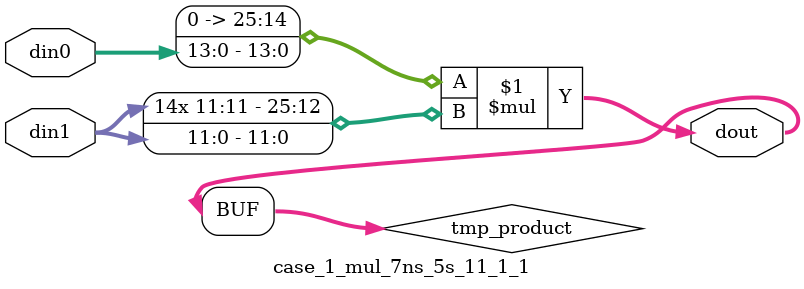
<source format=v>

`timescale 1 ns / 1 ps

 (* use_dsp = "no" *)  module case_1_mul_7ns_5s_11_1_1(din0, din1, dout);
parameter ID = 1;
parameter NUM_STAGE = 0;
parameter din0_WIDTH = 14;
parameter din1_WIDTH = 12;
parameter dout_WIDTH = 26;

input [din0_WIDTH - 1 : 0] din0; 
input [din1_WIDTH - 1 : 0] din1; 
output [dout_WIDTH - 1 : 0] dout;

wire signed [dout_WIDTH - 1 : 0] tmp_product;

























assign tmp_product = $signed({1'b0, din0}) * $signed(din1);










assign dout = tmp_product;





















endmodule

</source>
